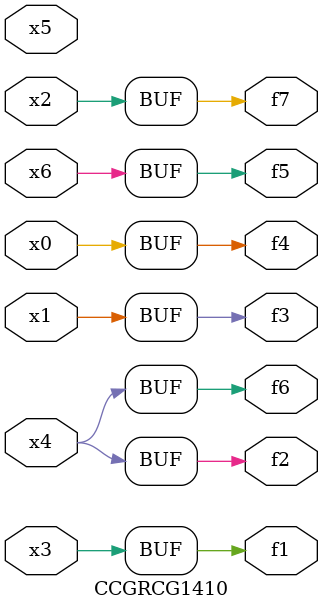
<source format=v>
module CCGRCG1410(
	input x0, x1, x2, x3, x4, x5, x6,
	output f1, f2, f3, f4, f5, f6, f7
);
	assign f1 = x3;
	assign f2 = x4;
	assign f3 = x1;
	assign f4 = x0;
	assign f5 = x6;
	assign f6 = x4;
	assign f7 = x2;
endmodule

</source>
